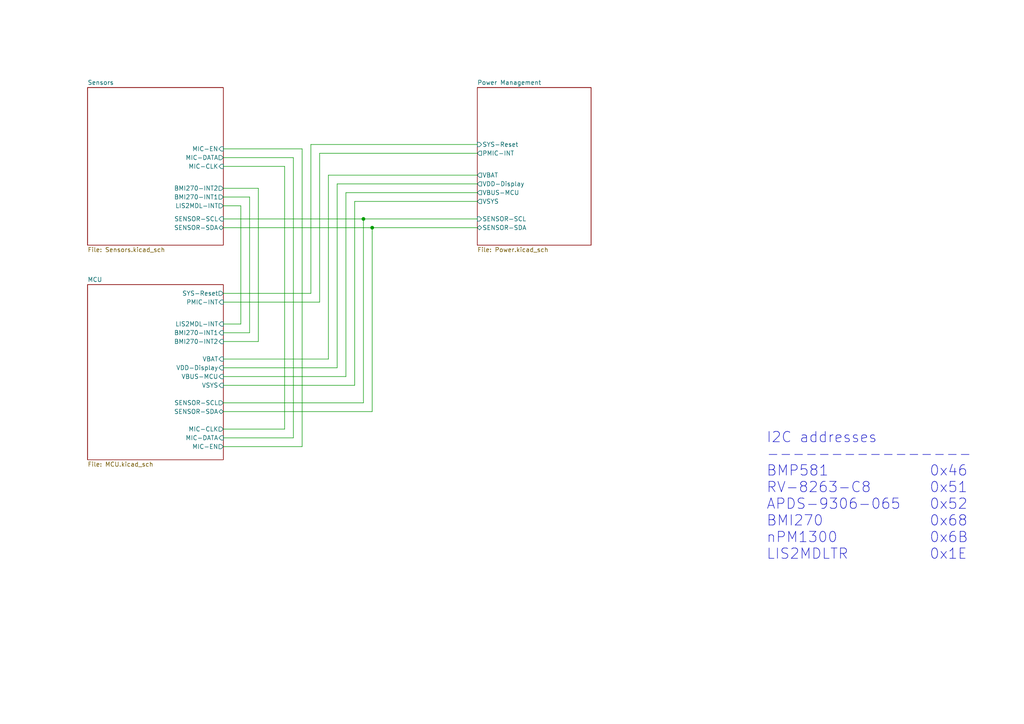
<source format=kicad_sch>
(kicad_sch
	(version 20250114)
	(generator "eeschema")
	(generator_version "9.0")
	(uuid "d5742f03-3b1a-42e5-a384-018bd4b919aa")
	(paper "A4")
	(title_block
		(title "ZSWatch v3 Dev-Kit")
		(date "2025-05-09")
		(rev "0")
		(company "github.com/jakkra/ZSWatch-HW")
	)
	(lib_symbols)
	(text "I2C addresses\n----------------\nBMP581			0x46\nRV-8263-C8		0x51\nAPDS-9306-065	0x52\nBMI270			0x68\nnPM1300			0x6B\nLIS2MDLTR		0x1E"
		(exclude_from_sim no)
		(at 222.25 162.56 0)
		(effects
			(font
				(size 3 3)
			)
			(justify left bottom)
		)
		(uuid "74fd2099-5f0c-4c03-8109-4757e272b327")
	)
	(junction
		(at 107.95 66.04)
		(diameter 0)
		(color 0 0 0 0)
		(uuid "8281b1b0-29a9-40d6-8be1-c2348f10a527")
	)
	(junction
		(at 105.41 63.5)
		(diameter 0)
		(color 0 0 0 0)
		(uuid "f7875e6a-8005-461e-b66c-d604e3b146e6")
	)
	(wire
		(pts
			(xy 107.95 66.04) (xy 138.43 66.04)
		)
		(stroke
			(width 0)
			(type default)
		)
		(uuid "001e4019-83e1-4bfb-a67b-1dff9cbe8349")
	)
	(wire
		(pts
			(xy 82.55 48.26) (xy 64.77 48.26)
		)
		(stroke
			(width 0)
			(type default)
		)
		(uuid "09465722-f208-4478-ba29-c26bb32550b7")
	)
	(wire
		(pts
			(xy 64.77 116.84) (xy 105.41 116.84)
		)
		(stroke
			(width 0)
			(type default)
		)
		(uuid "0a56d7db-43ce-4647-8517-acd128e55201")
	)
	(wire
		(pts
			(xy 74.93 54.61) (xy 74.93 99.06)
		)
		(stroke
			(width 0)
			(type default)
		)
		(uuid "0cd88681-1f78-4d20-9526-eb9a85f81b8d")
	)
	(wire
		(pts
			(xy 92.71 87.63) (xy 64.77 87.63)
		)
		(stroke
			(width 0)
			(type default)
		)
		(uuid "0ded46eb-8c6d-4be8-a5ac-b776f2c0d903")
	)
	(wire
		(pts
			(xy 100.33 55.88) (xy 138.43 55.88)
		)
		(stroke
			(width 0)
			(type default)
		)
		(uuid "0efe1eb4-c536-40e1-a671-0bcb600be1a6")
	)
	(wire
		(pts
			(xy 64.77 109.22) (xy 100.33 109.22)
		)
		(stroke
			(width 0)
			(type default)
		)
		(uuid "1bf82c51-2672-4582-9474-3f18b2e6ee47")
	)
	(wire
		(pts
			(xy 95.25 50.8) (xy 95.25 104.14)
		)
		(stroke
			(width 0)
			(type default)
		)
		(uuid "26e15ddf-cc1b-4dd2-81eb-f21db909bf0e")
	)
	(wire
		(pts
			(xy 138.43 50.8) (xy 95.25 50.8)
		)
		(stroke
			(width 0)
			(type default)
		)
		(uuid "28e1fee8-4d85-427a-9852-fe4577653009")
	)
	(wire
		(pts
			(xy 64.77 119.38) (xy 107.95 119.38)
		)
		(stroke
			(width 0)
			(type default)
		)
		(uuid "2ac0f37d-d3e1-4b4b-8a10-cb690cc101e0")
	)
	(wire
		(pts
			(xy 138.43 44.45) (xy 92.71 44.45)
		)
		(stroke
			(width 0)
			(type default)
		)
		(uuid "48c77f4e-3bad-4ae9-b11e-e9468a55a3b4")
	)
	(wire
		(pts
			(xy 87.63 129.54) (xy 64.77 129.54)
		)
		(stroke
			(width 0)
			(type default)
		)
		(uuid "4dd8d7a7-9688-489b-922e-7b8cddbe1d78")
	)
	(wire
		(pts
			(xy 69.85 93.98) (xy 64.77 93.98)
		)
		(stroke
			(width 0)
			(type default)
		)
		(uuid "4fc76985-5953-43ea-87f7-625f6a04bd0d")
	)
	(wire
		(pts
			(xy 64.77 104.14) (xy 95.25 104.14)
		)
		(stroke
			(width 0)
			(type default)
		)
		(uuid "500f22a9-d655-4aee-96a6-de18a45fc52e")
	)
	(wire
		(pts
			(xy 64.77 59.69) (xy 69.85 59.69)
		)
		(stroke
			(width 0)
			(type default)
		)
		(uuid "5def06b0-3a91-47f5-94f1-0d993044a880")
	)
	(wire
		(pts
			(xy 138.43 41.91) (xy 90.17 41.91)
		)
		(stroke
			(width 0)
			(type default)
		)
		(uuid "61141eae-058c-4508-9e83-37643cdb5fe7")
	)
	(wire
		(pts
			(xy 74.93 99.06) (xy 64.77 99.06)
		)
		(stroke
			(width 0)
			(type default)
		)
		(uuid "72fc6aaa-18c6-4999-9784-91bbe4d63f7b")
	)
	(wire
		(pts
			(xy 85.09 127) (xy 64.77 127)
		)
		(stroke
			(width 0)
			(type default)
		)
		(uuid "7ba01e5b-5d6c-4631-b019-2350a4c1b07d")
	)
	(wire
		(pts
			(xy 64.77 63.5) (xy 105.41 63.5)
		)
		(stroke
			(width 0)
			(type default)
		)
		(uuid "7e11aac7-4615-4b47-a416-8c53507bd8bb")
	)
	(wire
		(pts
			(xy 72.39 96.52) (xy 72.39 57.15)
		)
		(stroke
			(width 0)
			(type default)
		)
		(uuid "85416567-504a-46b0-ab0a-ea21fe8d7826")
	)
	(wire
		(pts
			(xy 82.55 124.46) (xy 82.55 48.26)
		)
		(stroke
			(width 0)
			(type default)
		)
		(uuid "8623598b-8c0f-4793-bbe7-c75cd6a144b7")
	)
	(wire
		(pts
			(xy 64.77 54.61) (xy 74.93 54.61)
		)
		(stroke
			(width 0)
			(type default)
		)
		(uuid "8c8be6fa-b549-433e-a109-834fe903c4ac")
	)
	(wire
		(pts
			(xy 64.77 43.18) (xy 87.63 43.18)
		)
		(stroke
			(width 0)
			(type default)
		)
		(uuid "92c22c45-9df8-4031-a418-a0eafdb42d77")
	)
	(wire
		(pts
			(xy 87.63 43.18) (xy 87.63 129.54)
		)
		(stroke
			(width 0)
			(type default)
		)
		(uuid "938c85b4-7ef6-42bd-9493-7f0f5cc3d421")
	)
	(wire
		(pts
			(xy 105.41 116.84) (xy 105.41 63.5)
		)
		(stroke
			(width 0)
			(type default)
		)
		(uuid "98f22752-4b2a-49dd-b275-93d716fdd5fd")
	)
	(wire
		(pts
			(xy 69.85 59.69) (xy 69.85 93.98)
		)
		(stroke
			(width 0)
			(type default)
		)
		(uuid "9ad50b75-4a57-45b5-8a84-96909886e131")
	)
	(wire
		(pts
			(xy 64.77 111.76) (xy 102.87 111.76)
		)
		(stroke
			(width 0)
			(type default)
		)
		(uuid "9bfb36de-2885-4204-bca7-ac8fb5519691")
	)
	(wire
		(pts
			(xy 100.33 109.22) (xy 100.33 55.88)
		)
		(stroke
			(width 0)
			(type default)
		)
		(uuid "9d1897b3-9dd7-4b5d-bee3-d78a716ae8b7")
	)
	(wire
		(pts
			(xy 102.87 58.42) (xy 138.43 58.42)
		)
		(stroke
			(width 0)
			(type default)
		)
		(uuid "a558c1c2-0bec-4fde-8e09-291da3b38e42")
	)
	(wire
		(pts
			(xy 64.77 124.46) (xy 82.55 124.46)
		)
		(stroke
			(width 0)
			(type default)
		)
		(uuid "a735173a-5b59-4a35-add9-d2ec6baa4b86")
	)
	(wire
		(pts
			(xy 64.77 96.52) (xy 72.39 96.52)
		)
		(stroke
			(width 0)
			(type default)
		)
		(uuid "b4586c3a-7f03-42c1-9762-bca3d968e817")
	)
	(wire
		(pts
			(xy 102.87 111.76) (xy 102.87 58.42)
		)
		(stroke
			(width 0)
			(type default)
		)
		(uuid "c0484a20-bdce-4338-a9ab-a77fd6eec835")
	)
	(wire
		(pts
			(xy 97.79 106.68) (xy 97.79 53.34)
		)
		(stroke
			(width 0)
			(type default)
		)
		(uuid "c16fa8bc-08ad-4c9a-89a5-cfeed4db5fd4")
	)
	(wire
		(pts
			(xy 85.09 45.72) (xy 85.09 127)
		)
		(stroke
			(width 0)
			(type default)
		)
		(uuid "c449571d-a795-446a-af7c-258a07860599")
	)
	(wire
		(pts
			(xy 92.71 44.45) (xy 92.71 87.63)
		)
		(stroke
			(width 0)
			(type default)
		)
		(uuid "c4f15346-0447-447d-bd25-1f6eda9bbdec")
	)
	(wire
		(pts
			(xy 72.39 57.15) (xy 64.77 57.15)
		)
		(stroke
			(width 0)
			(type default)
		)
		(uuid "c622aa86-4729-4a88-a7b4-e3c4fb7a0395")
	)
	(wire
		(pts
			(xy 90.17 85.09) (xy 64.77 85.09)
		)
		(stroke
			(width 0)
			(type default)
		)
		(uuid "c77d0df4-66c7-40b0-b502-a4f128cc7ee0")
	)
	(wire
		(pts
			(xy 64.77 66.04) (xy 107.95 66.04)
		)
		(stroke
			(width 0)
			(type default)
		)
		(uuid "cea72b24-df67-4690-b6ab-d32da7594f34")
	)
	(wire
		(pts
			(xy 64.77 106.68) (xy 97.79 106.68)
		)
		(stroke
			(width 0)
			(type default)
		)
		(uuid "d1837cfc-ce0a-400c-923f-77620576d62b")
	)
	(wire
		(pts
			(xy 107.95 119.38) (xy 107.95 66.04)
		)
		(stroke
			(width 0)
			(type default)
		)
		(uuid "db798099-4e06-40b1-8e6b-931363d0af0a")
	)
	(wire
		(pts
			(xy 97.79 53.34) (xy 138.43 53.34)
		)
		(stroke
			(width 0)
			(type default)
		)
		(uuid "e33fcb3d-438f-4397-8b3f-3566018a4a89")
	)
	(wire
		(pts
			(xy 105.41 63.5) (xy 138.43 63.5)
		)
		(stroke
			(width 0)
			(type default)
		)
		(uuid "eee04cf2-5359-4855-9315-5dd0a845ec71")
	)
	(wire
		(pts
			(xy 90.17 41.91) (xy 90.17 85.09)
		)
		(stroke
			(width 0)
			(type default)
		)
		(uuid "f1a6047e-cde9-4950-bc2a-b3502f56628e")
	)
	(wire
		(pts
			(xy 64.77 45.72) (xy 85.09 45.72)
		)
		(stroke
			(width 0)
			(type default)
		)
		(uuid "f53c9ce5-5f62-4f5f-91bf-f54d9587167a")
	)
	(sheet
		(at 25.4 25.4)
		(size 39.37 45.72)
		(exclude_from_sim no)
		(in_bom yes)
		(on_board yes)
		(dnp no)
		(fields_autoplaced yes)
		(stroke
			(width 0.1524)
			(type solid)
		)
		(fill
			(color 0 0 0 0.0000)
		)
		(uuid "82af773f-8c39-43b9-baa2-3658da6c8bb2")
		(property "Sheetname" "Sensors"
			(at 25.4 24.6884 0)
			(effects
				(font
					(size 1.27 1.27)
				)
				(justify left bottom)
			)
		)
		(property "Sheetfile" "Sensors.kicad_sch"
			(at 25.4 71.7046 0)
			(effects
				(font
					(size 1.27 1.27)
				)
				(justify left top)
			)
		)
		(pin "SENSOR-SDA" bidirectional
			(at 64.77 66.04 0)
			(uuid "1eba675f-19b6-4eba-8fe6-90deccba51be")
			(effects
				(font
					(size 1.27 1.27)
				)
				(justify right)
			)
		)
		(pin "SENSOR-SCL" input
			(at 64.77 63.5 0)
			(uuid "bb337551-8166-4fd6-a499-6bab8619b51a")
			(effects
				(font
					(size 1.27 1.27)
				)
				(justify right)
			)
		)
		(pin "LIS2MDL-INT" output
			(at 64.77 59.69 0)
			(uuid "f9446bb0-ec0b-453a-b94f-c3fef08131bf")
			(effects
				(font
					(size 1.27 1.27)
				)
				(justify right)
			)
		)
		(pin "BMI270-INT1" output
			(at 64.77 57.15 0)
			(uuid "de9f7396-b2c2-41ba-b5b4-bf10ea78a8a7")
			(effects
				(font
					(size 1.27 1.27)
				)
				(justify right)
			)
		)
		(pin "BMI270-INT2" output
			(at 64.77 54.61 0)
			(uuid "3e55977b-ced8-4401-a0d9-a89e59741ac5")
			(effects
				(font
					(size 1.27 1.27)
				)
				(justify right)
			)
		)
		(pin "MIC-EN" input
			(at 64.77 43.18 0)
			(uuid "33014fe4-8fc2-4a90-8488-3a78a8f94939")
			(effects
				(font
					(size 1.27 1.27)
				)
				(justify right)
			)
		)
		(pin "MIC-CLK" input
			(at 64.77 48.26 0)
			(uuid "bd487bc6-b4ba-4b0a-a3b2-8e2efd663997")
			(effects
				(font
					(size 1.27 1.27)
				)
				(justify right)
			)
		)
		(pin "MIC-DATA" output
			(at 64.77 45.72 0)
			(uuid "da52275d-b12c-474d-9e34-8bab37713965")
			(effects
				(font
					(size 1.27 1.27)
				)
				(justify right)
			)
		)
		(instances
			(project "Dev-Kit"
				(path "/d5742f03-3b1a-42e5-a384-018bd4b919aa"
					(page "3")
				)
			)
		)
	)
	(sheet
		(at 25.4 82.55)
		(size 39.37 50.8)
		(exclude_from_sim no)
		(in_bom yes)
		(on_board yes)
		(dnp no)
		(fields_autoplaced yes)
		(stroke
			(width 0.1524)
			(type solid)
		)
		(fill
			(color 0 0 0 0.0000)
		)
		(uuid "8c9f2ee7-84da-4a9a-b0dc-117e0b0a9ea7")
		(property "Sheetname" "MCU"
			(at 25.4 81.8384 0)
			(effects
				(font
					(size 1.27 1.27)
				)
				(justify left bottom)
			)
		)
		(property "Sheetfile" "MCU.kicad_sch"
			(at 25.4 133.9346 0)
			(effects
				(font
					(size 1.27 1.27)
				)
				(justify left top)
			)
		)
		(pin "VBUS-MCU" input
			(at 64.77 109.22 0)
			(uuid "ef3521ab-bd96-4b94-9a8f-d46de8dcd0e2")
			(effects
				(font
					(size 1.27 1.27)
				)
				(justify right)
			)
		)
		(pin "SENSOR-SCL" output
			(at 64.77 116.84 0)
			(uuid "797249bb-9869-421e-8e92-643b562e07c7")
			(effects
				(font
					(size 1.27 1.27)
				)
				(justify right)
			)
		)
		(pin "SENSOR-SDA" bidirectional
			(at 64.77 119.38 0)
			(uuid "dd8ef5e8-63ba-4fb4-bd0e-6f3a25da8155")
			(effects
				(font
					(size 1.27 1.27)
				)
				(justify right)
			)
		)
		(pin "BMI270-INT2" input
			(at 64.77 99.06 0)
			(uuid "b788b784-7b1b-46bd-a3d4-fdf38515cf84")
			(effects
				(font
					(size 1.27 1.27)
				)
				(justify right)
			)
		)
		(pin "LIS2MDL-INT" input
			(at 64.77 93.98 0)
			(uuid "07375f88-2e9c-4e51-b8c4-2084d7ed672d")
			(effects
				(font
					(size 1.27 1.27)
				)
				(justify right)
			)
		)
		(pin "BMI270-INT1" input
			(at 64.77 96.52 0)
			(uuid "3e12da2a-033c-40fc-aa6b-96d8bfbb4cf3")
			(effects
				(font
					(size 1.27 1.27)
				)
				(justify right)
			)
		)
		(pin "SYS-Reset" output
			(at 64.77 85.09 0)
			(uuid "354fc974-2449-4eb1-adfc-98c51b3a3a06")
			(effects
				(font
					(size 1.27 1.27)
				)
				(justify right)
			)
		)
		(pin "VDD-Display" input
			(at 64.77 106.68 0)
			(uuid "a4e3d4a5-4a6e-4b82-9d51-f1a83acc9e26")
			(effects
				(font
					(size 1.27 1.27)
				)
				(justify right)
			)
		)
		(pin "PMIC-INT" input
			(at 64.77 87.63 0)
			(uuid "ace71a04-b7ab-4a2f-9fb9-a6b38e5217c1")
			(effects
				(font
					(size 1.27 1.27)
				)
				(justify right)
			)
		)
		(pin "MIC-DATA" input
			(at 64.77 127 0)
			(uuid "8850166a-b658-4d29-a0a5-9e447cda1ad6")
			(effects
				(font
					(size 1.27 1.27)
				)
				(justify right)
			)
		)
		(pin "MIC-CLK" output
			(at 64.77 124.46 0)
			(uuid "b011bc5c-deda-4e2f-aa1e-0eaa632dcfe3")
			(effects
				(font
					(size 1.27 1.27)
				)
				(justify right)
			)
		)
		(pin "MIC-EN" output
			(at 64.77 129.54 0)
			(uuid "3ef54fdf-f668-429f-94bd-2fa670f6d799")
			(effects
				(font
					(size 1.27 1.27)
				)
				(justify right)
			)
		)
		(pin "VSYS" input
			(at 64.77 111.76 0)
			(uuid "994566da-5402-4323-8f9c-d9f1aa13c32e")
			(effects
				(font
					(size 1.27 1.27)
				)
				(justify right)
			)
		)
		(pin "VBAT" input
			(at 64.77 104.14 0)
			(uuid "1add8c76-9230-4e7e-915a-a571e5c70100")
			(effects
				(font
					(size 1.27 1.27)
				)
				(justify right)
			)
		)
		(instances
			(project "Dev-Kit"
				(path "/d5742f03-3b1a-42e5-a384-018bd4b919aa"
					(page "4")
				)
			)
		)
	)
	(sheet
		(at 138.43 25.4)
		(size 33.02 45.72)
		(exclude_from_sim no)
		(in_bom yes)
		(on_board yes)
		(dnp no)
		(fields_autoplaced yes)
		(stroke
			(width 0.1524)
			(type solid)
		)
		(fill
			(color 0 0 0 0.0000)
		)
		(uuid "cee9a3a2-28cd-4e6c-b23d-337f115f39e8")
		(property "Sheetname" "Power Management"
			(at 138.43 24.6884 0)
			(effects
				(font
					(size 1.27 1.27)
				)
				(justify left bottom)
			)
		)
		(property "Sheetfile" "Power.kicad_sch"
			(at 138.43 71.7046 0)
			(effects
				(font
					(size 1.27 1.27)
				)
				(justify left top)
			)
		)
		(pin "VBUS-MCU" output
			(at 138.43 55.88 180)
			(uuid "68a3da9c-f518-443c-b3ee-9fbfe66da2a4")
			(effects
				(font
					(size 1.27 1.27)
				)
				(justify left)
			)
		)
		(pin "VDD-Display" output
			(at 138.43 53.34 180)
			(uuid "af5c8cc4-838b-4828-9530-183070b142d4")
			(effects
				(font
					(size 1.27 1.27)
				)
				(justify left)
			)
		)
		(pin "PMIC-INT" output
			(at 138.43 44.45 180)
			(uuid "52da53ce-c1e8-41b8-b9cf-0f4cb9dfd47c")
			(effects
				(font
					(size 1.27 1.27)
				)
				(justify left)
			)
		)
		(pin "SENSOR-SCL" input
			(at 138.43 63.5 180)
			(uuid "11eddba8-96df-4767-88fe-00b788be41ea")
			(effects
				(font
					(size 1.27 1.27)
				)
				(justify left)
			)
		)
		(pin "SENSOR-SDA" bidirectional
			(at 138.43 66.04 180)
			(uuid "edf7cf8e-768f-42be-ad90-6ba90c1f26db")
			(effects
				(font
					(size 1.27 1.27)
				)
				(justify left)
			)
		)
		(pin "SYS-Reset" input
			(at 138.43 41.91 180)
			(uuid "3302df2b-d5d1-427b-b41f-13579165105f")
			(effects
				(font
					(size 1.27 1.27)
				)
				(justify left)
			)
		)
		(pin "VSYS" output
			(at 138.43 58.42 180)
			(uuid "5e4558eb-ce2f-41b6-9832-9bbb640fd251")
			(effects
				(font
					(size 1.27 1.27)
				)
				(justify left)
			)
		)
		(pin "VBAT" output
			(at 138.43 50.8 180)
			(uuid "e9c720ee-7b58-408c-b334-d9d458d80a2c")
			(effects
				(font
					(size 1.27 1.27)
				)
				(justify left)
			)
		)
		(instances
			(project "Dev-Kit"
				(path "/d5742f03-3b1a-42e5-a384-018bd4b919aa"
					(page "2")
				)
			)
		)
	)
	(sheet_instances
		(path "/"
			(page "#")
		)
	)
	(embedded_fonts no)
)

</source>
